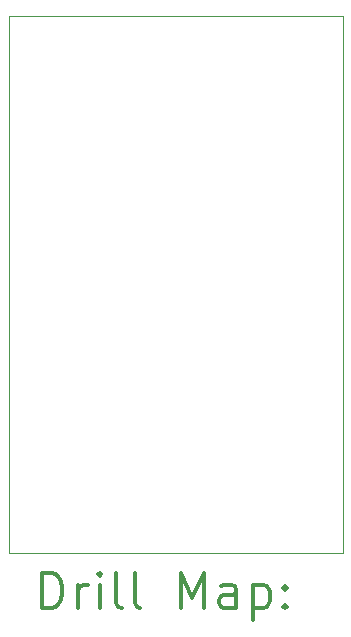
<source format=gbr>
%FSLAX45Y45*%
G04 Gerber Fmt 4.5, Leading zero omitted, Abs format (unit mm)*
G04 Created by KiCad (PCBNEW (5.1.10)-1) date 2021-07-24 18:54:30*
%MOMM*%
%LPD*%
G01*
G04 APERTURE LIST*
%TA.AperFunction,Profile*%
%ADD10C,0.050000*%
%TD*%
%ADD11C,0.200000*%
%ADD12C,0.300000*%
G04 APERTURE END LIST*
D10*
X15830000Y-6450000D02*
X15830000Y-6600000D01*
X13000000Y-6450000D02*
X15830000Y-6450000D01*
X13000000Y-6600000D02*
X13000000Y-6450000D01*
X15830000Y-11000000D02*
X15830000Y-6600000D01*
X13000000Y-6600000D02*
X13000000Y-11000000D01*
X13000000Y-11000000D02*
X15830000Y-11000000D01*
D11*
D12*
X13283928Y-11468214D02*
X13283928Y-11168214D01*
X13355357Y-11168214D01*
X13398214Y-11182500D01*
X13426786Y-11211071D01*
X13441071Y-11239643D01*
X13455357Y-11296786D01*
X13455357Y-11339643D01*
X13441071Y-11396786D01*
X13426786Y-11425357D01*
X13398214Y-11453929D01*
X13355357Y-11468214D01*
X13283928Y-11468214D01*
X13583928Y-11468214D02*
X13583928Y-11268214D01*
X13583928Y-11325357D02*
X13598214Y-11296786D01*
X13612500Y-11282500D01*
X13641071Y-11268214D01*
X13669643Y-11268214D01*
X13769643Y-11468214D02*
X13769643Y-11268214D01*
X13769643Y-11168214D02*
X13755357Y-11182500D01*
X13769643Y-11196786D01*
X13783928Y-11182500D01*
X13769643Y-11168214D01*
X13769643Y-11196786D01*
X13955357Y-11468214D02*
X13926786Y-11453929D01*
X13912500Y-11425357D01*
X13912500Y-11168214D01*
X14112500Y-11468214D02*
X14083928Y-11453929D01*
X14069643Y-11425357D01*
X14069643Y-11168214D01*
X14455357Y-11468214D02*
X14455357Y-11168214D01*
X14555357Y-11382500D01*
X14655357Y-11168214D01*
X14655357Y-11468214D01*
X14926786Y-11468214D02*
X14926786Y-11311071D01*
X14912500Y-11282500D01*
X14883928Y-11268214D01*
X14826786Y-11268214D01*
X14798214Y-11282500D01*
X14926786Y-11453929D02*
X14898214Y-11468214D01*
X14826786Y-11468214D01*
X14798214Y-11453929D01*
X14783928Y-11425357D01*
X14783928Y-11396786D01*
X14798214Y-11368214D01*
X14826786Y-11353929D01*
X14898214Y-11353929D01*
X14926786Y-11339643D01*
X15069643Y-11268214D02*
X15069643Y-11568214D01*
X15069643Y-11282500D02*
X15098214Y-11268214D01*
X15155357Y-11268214D01*
X15183928Y-11282500D01*
X15198214Y-11296786D01*
X15212500Y-11325357D01*
X15212500Y-11411071D01*
X15198214Y-11439643D01*
X15183928Y-11453929D01*
X15155357Y-11468214D01*
X15098214Y-11468214D01*
X15069643Y-11453929D01*
X15341071Y-11439643D02*
X15355357Y-11453929D01*
X15341071Y-11468214D01*
X15326786Y-11453929D01*
X15341071Y-11439643D01*
X15341071Y-11468214D01*
X15341071Y-11282500D02*
X15355357Y-11296786D01*
X15341071Y-11311071D01*
X15326786Y-11296786D01*
X15341071Y-11282500D01*
X15341071Y-11311071D01*
M02*

</source>
